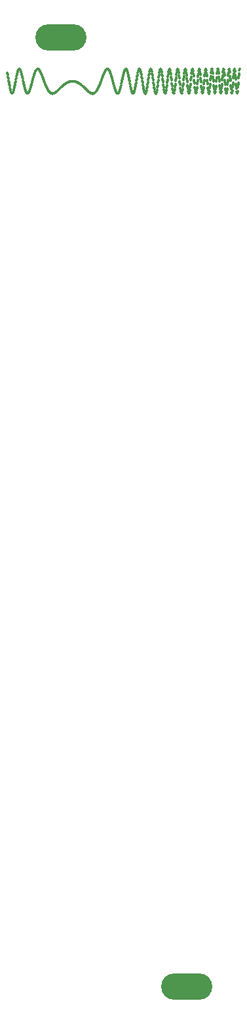
<source format=gts>
G04 Layer: TopSolderMaskLayer*
G04 EasyEDA v6.5.29, 2023-07-16 15:11:24*
G04 63e7fe2a966c4c1a99b2cd883c34ad4b,5a6b42c53f6a479593ecc07194224c93,10*
G04 Gerber Generator version 0.2*
G04 Scale: 100 percent, Rotated: No, Reflected: No *
G04 Dimensions in millimeters *
G04 leading zeros omitted , absolute positions ,4 integer and 5 decimal *
%FSLAX45Y45*%
%MOMM*%

%ADD10C,0.3556*%
%ADD11O,6.6032126X3.4031936000000003*%

%LPD*%
D10*
X-4229Y12109815D02*
G01*
X4234Y12088850D01*
X4234Y12065848D02*
G01*
X12705Y12041286D01*
X12705Y12016003D02*
G01*
X21170Y11990481D01*
X21170Y11965559D02*
G01*
X29634Y11941683D01*
X29634Y11919612D02*
G01*
X38105Y11899706D01*
X38105Y11882561D02*
G01*
X46570Y11868434D01*
X46570Y11857720D02*
G01*
X55034Y11850545D01*
X55034Y11847065D02*
G01*
X63505Y11847296D01*
X63505Y11851159D02*
G01*
X71970Y11858531D01*
X71970Y11869160D02*
G01*
X80434Y11882798D01*
X80434Y11899038D02*
G01*
X88905Y11917547D01*
X88905Y11937814D02*
G01*
X97370Y11959450D01*
X97370Y11981903D02*
G01*
X105834Y12004756D01*
X105834Y12027463D02*
G01*
X114305Y12049615D01*
X114305Y12070735D02*
G01*
X122770Y12090450D01*
X122770Y12108365D02*
G01*
X131234Y12124176D01*
X131234Y12137603D02*
G01*
X139705Y12148444D01*
X139705Y12156523D02*
G01*
X148170Y12161756D01*
X148170Y12164082D02*
G01*
X156634Y12163511D01*
X156634Y12160120D02*
G01*
X165105Y12154011D01*
X165105Y12145335D02*
G01*
X173570Y12134303D01*
X173570Y12121134D02*
G01*
X182034Y12106107D01*
X182034Y12089488D02*
G01*
X190505Y12071611D01*
X190505Y12052752D02*
G01*
X198970Y12033288D01*
X198970Y12013473D02*
G01*
X207434Y11993699D01*
X207434Y11974202D02*
G01*
X215905Y11955338D01*
X215905Y11937324D02*
G01*
X224370Y11920463D01*
X224370Y11904929D02*
G01*
X232834Y11890976D01*
X232834Y11878716D02*
G01*
X241305Y11868335D01*
X241305Y11859902D02*
G01*
X249770Y11853534D01*
X249770Y11849229D02*
G01*
X258234Y11847034D01*
X258234Y11846918D02*
G01*
X266705Y11848838D01*
X266705Y11852739D02*
G01*
X275170Y11858500D01*
X275170Y11866059D02*
G01*
X283634Y11875218D01*
X283634Y11885896D02*
G01*
X292105Y11897865D01*
X292105Y11911037D02*
G01*
X300570Y11925132D01*
X300570Y11940082D02*
G01*
X309034Y11955574D01*
X309034Y11971553D02*
G01*
X317505Y11987702D01*
X317505Y12003986D02*
G01*
X325970Y12020077D01*
X325970Y12035965D02*
G01*
X334434Y12051339D01*
X334434Y12066209D02*
G01*
X342905Y12080298D01*
X342905Y12093618D02*
G01*
X351370Y12105927D01*
X351370Y12117275D02*
G01*
X359834Y12127445D01*
X359834Y12136493D02*
G01*
X368305Y12144263D01*
X368305Y12150818D02*
G01*
X376770Y12156038D01*
X376770Y12159995D02*
G01*
X385234Y12162637D01*
X385234Y12164001D02*
G01*
X393705Y12164108D01*
X393705Y12162977D02*
G01*
X402170Y12160676D01*
X402170Y12157229D02*
G01*
X410634Y12152734D01*
X410634Y12147189D02*
G01*
X419105Y12140752D01*
X419105Y12133399D02*
G01*
X427570Y12125312D01*
X427570Y12116457D02*
G01*
X436034Y12107037D01*
X436034Y12096998D02*
G01*
X444505Y12086579D01*
X444505Y12075685D02*
G01*
X452970Y12064583D01*
X452970Y12053161D02*
G01*
X461434Y12041690D01*
X461434Y12030044D02*
G01*
X469905Y12018497D01*
X469905Y12006894D02*
G01*
X478370Y11995533D01*
X478370Y11984248D02*
G01*
X486834Y11973303D01*
X486834Y11962531D02*
G01*
X495305Y11952206D01*
X495305Y11942142D02*
G01*
X503770Y11932592D01*
X503770Y11923377D02*
G01*
X512234Y11914733D01*
X512234Y11906478D02*
G01*
X520705Y11898828D01*
X520705Y11891609D02*
G01*
X529170Y11885010D01*
X529170Y11878878D02*
G01*
X537634Y11873364D01*
X537634Y11868335D02*
G01*
X546105Y11863908D01*
X546105Y11859963D02*
G01*
X554570Y11856603D01*
X554570Y11853720D02*
G01*
X563034Y11851388D01*
X563034Y11849521D02*
G01*
X571505Y11848157D01*
X571505Y11847245D02*
G01*
X579970Y11846780D01*
X579970Y11846750D02*
G01*
X588434Y11847116D01*
X588434Y11847878D02*
G01*
X596905Y11848993D01*
X596905Y11850471D02*
G01*
X605370Y11852236D01*
X605370Y11854340D02*
G01*
X613834Y11856676D01*
X613834Y11859313D02*
G01*
X622305Y11862140D01*
X622305Y11865229D02*
G01*
X630770Y11868447D01*
X630770Y11871901D02*
G01*
X639234Y11875442D01*
X639234Y11879181D02*
G01*
X647705Y11882958D01*
X647705Y11886920D02*
G01*
X656170Y11890865D01*
X656170Y11894969D02*
G01*
X664641Y11899026D01*
X664641Y11903212D02*
G01*
X673100Y11907309D01*
X673100Y11911520D02*
G01*
X681570Y11915620D01*
X681570Y11919805D02*
G01*
X690041Y11923854D01*
X690041Y11927972D02*
G01*
X698500Y11931929D01*
X698500Y11935940D02*
G01*
X706970Y11939772D01*
X706970Y11943648D02*
G01*
X715441Y11947319D01*
X715441Y11951035D02*
G01*
X723900Y11954525D01*
X723900Y11958048D02*
G01*
X732370Y11961340D01*
X732370Y11964652D02*
G01*
X740841Y11967728D01*
X740841Y11970816D02*
G01*
X749300Y11973669D01*
X749300Y11976521D02*
G01*
X757770Y11979125D01*
X757770Y11981736D02*
G01*
X766241Y11984093D01*
X766241Y11986455D02*
G01*
X774700Y11988563D01*
X774700Y11990666D02*
G01*
X783170Y11992513D01*
X783170Y11994362D02*
G01*
X791641Y11995942D01*
X791641Y11997524D02*
G01*
X800100Y11998853D01*
X800100Y12000174D02*
G01*
X808570Y12001233D01*
X808570Y12002287D02*
G01*
X817041Y12003082D01*
X817041Y12003874D02*
G01*
X825500Y12004403D01*
X825500Y12004936D02*
G01*
X833970Y12005195D01*
X833970Y12005462D02*
G01*
X842441Y12005462D01*
X842441Y12005462D02*
G01*
X850900Y12005195D01*
X850900Y12004936D02*
G01*
X859370Y12004403D01*
X859370Y12003874D02*
G01*
X867841Y12003082D01*
X867841Y12002287D02*
G01*
X876300Y12001233D01*
X876300Y12000174D02*
G01*
X884770Y11998853D01*
X884770Y11997524D02*
G01*
X893241Y11995942D01*
X893241Y11994362D02*
G01*
X901700Y11992513D01*
X901700Y11990666D02*
G01*
X910170Y11988563D01*
X910170Y11986455D02*
G01*
X918641Y11984093D01*
X918641Y11981743D02*
G01*
X927100Y11979125D01*
X927100Y11976521D02*
G01*
X935570Y11973669D01*
X935570Y11970821D02*
G01*
X944041Y11967728D01*
X944041Y11964652D02*
G01*
X952500Y11961340D01*
X952500Y11958048D02*
G01*
X960970Y11954525D01*
X960970Y11951035D02*
G01*
X969441Y11947319D01*
X969441Y11943648D02*
G01*
X977900Y11939772D01*
X977900Y11935947D02*
G01*
X986370Y11931929D01*
X986370Y11927972D02*
G01*
X994841Y11923854D01*
X994841Y11919805D02*
G01*
X1003300Y11915620D01*
X1003300Y11911520D02*
G01*
X1011770Y11907309D01*
X1011770Y11903212D02*
G01*
X1020241Y11899026D01*
X1020241Y11894969D02*
G01*
X1028700Y11890865D01*
X1028700Y11886920D02*
G01*
X1037170Y11882958D01*
X1037170Y11879181D02*
G01*
X1045641Y11875442D01*
X1045641Y11871901D02*
G01*
X1054100Y11868447D01*
X1054100Y11865229D02*
G01*
X1062570Y11862140D01*
X1062570Y11859318D02*
G01*
X1071041Y11856676D01*
X1071041Y11854340D02*
G01*
X1079500Y11852236D01*
X1079500Y11850471D02*
G01*
X1087970Y11848993D01*
X1087970Y11847878D02*
G01*
X1096441Y11847116D01*
X1096441Y11846750D02*
G01*
X1104900Y11846780D01*
X1104900Y11847245D02*
G01*
X1113370Y11848157D01*
X1113370Y11849521D02*
G01*
X1121841Y11851388D01*
X1121841Y11853720D02*
G01*
X1130300Y11856603D01*
X1130300Y11859958D02*
G01*
X1138770Y11863908D01*
X1138770Y11868330D02*
G01*
X1147241Y11873364D01*
X1147241Y11878871D02*
G01*
X1155700Y11885010D01*
X1155700Y11891601D02*
G01*
X1164170Y11898828D01*
X1164170Y11906465D02*
G01*
X1172641Y11914733D01*
X1172641Y11923364D02*
G01*
X1181100Y11932592D01*
X1181100Y11942130D02*
G01*
X1189570Y11952206D01*
X1189570Y11962513D02*
G01*
X1198041Y11973303D01*
X1198041Y11984230D02*
G01*
X1206500Y11995533D01*
X1206500Y12006877D02*
G01*
X1214970Y12018497D01*
X1214970Y12030019D02*
G01*
X1223441Y12041690D01*
X1223441Y12053138D02*
G01*
X1231900Y12064583D01*
X1231900Y12075665D02*
G01*
X1240370Y12086579D01*
X1240370Y12096973D02*
G01*
X1248841Y12107037D01*
X1248841Y12116432D02*
G01*
X1257300Y12125312D01*
X1257300Y12133379D02*
G01*
X1265770Y12140752D01*
X1265770Y12147179D02*
G01*
X1274241Y12152734D01*
X1274241Y12157217D02*
G01*
X1282700Y12160676D01*
X1282700Y12162972D02*
G01*
X1291170Y12164108D01*
X1291170Y12164001D02*
G01*
X1299641Y12162637D01*
X1299641Y12160008D02*
G01*
X1308100Y12156038D01*
X1308100Y12150836D02*
G01*
X1316570Y12144263D01*
X1316570Y12136518D02*
G01*
X1325041Y12127445D01*
X1325041Y12117306D02*
G01*
X1333500Y12105927D01*
X1333500Y12093661D02*
G01*
X1341970Y12080298D01*
X1341970Y12066259D02*
G01*
X1350441Y12051339D01*
X1350441Y12036016D02*
G01*
X1358900Y12020077D01*
X1358900Y12004042D02*
G01*
X1367370Y11987702D01*
X1367370Y11971616D02*
G01*
X1375841Y11955574D01*
X1375841Y11940138D02*
G01*
X1384300Y11925132D01*
X1384300Y11911093D02*
G01*
X1392770Y11897865D01*
X1392770Y11885947D02*
G01*
X1401241Y11875218D01*
X1401241Y11866090D02*
G01*
X1409700Y11858500D01*
X1409700Y11852757D02*
G01*
X1418170Y11848838D01*
X1418170Y11846923D02*
G01*
X1426641Y11847034D01*
X1426641Y11849211D02*
G01*
X1435100Y11853534D01*
X1435100Y11859872D02*
G01*
X1443570Y11868335D01*
X1443570Y11878660D02*
G01*
X1452041Y11890976D01*
X1452041Y11904855D02*
G01*
X1460500Y11920463D01*
X1460500Y11937237D02*
G01*
X1468970Y11955338D01*
X1468970Y11974103D02*
G01*
X1477441Y11993699D01*
X1477441Y12013369D02*
G01*
X1485900Y12033288D01*
X1485900Y12052653D02*
G01*
X1494370Y12071611D01*
X1494370Y12089389D02*
G01*
X1502841Y12106107D01*
X1502841Y12121052D02*
G01*
X1511300Y12134303D01*
X1511300Y12145274D02*
G01*
X1519770Y12154011D01*
X1519770Y12160095D02*
G01*
X1528241Y12163511D01*
X1528241Y12164087D02*
G01*
X1536700Y12161756D01*
X1536700Y12156567D02*
G01*
X1545170Y12148444D01*
X1545170Y12137684D02*
G01*
X1553641Y12124176D01*
X1553641Y12108477D02*
G01*
X1562100Y12090450D01*
X1562100Y12070877D02*
G01*
X1570570Y12049615D01*
X1570570Y12027618D02*
G01*
X1579041Y12004756D01*
X1579041Y11982066D02*
G01*
X1587500Y11959450D01*
X1587500Y11937969D02*
G01*
X1595970Y11917547D01*
X1595970Y11899168D02*
G01*
X1604441Y11882798D01*
X1604441Y11869254D02*
G01*
X1612900Y11858531D01*
X1612900Y11851203D02*
G01*
X1621370Y11847296D01*
X1621370Y11847052D02*
G01*
X1629841Y11850545D01*
X1629841Y11857644D02*
G01*
X1638300Y11868434D01*
X1638300Y11882432D02*
G01*
X1646770Y11899706D01*
X1646770Y11919427D02*
G01*
X1655241Y11941683D01*
X1655241Y11965348D02*
G01*
X1663700Y11990481D01*
X1663700Y12015774D02*
G01*
X1672170Y12041286D01*
X1672170Y12065632D02*
G01*
X1680641Y12088850D01*
X1680641Y12109635D02*
G01*
X1689100Y12127984D01*
X1689100Y12142848D02*
G01*
X1697570Y12154184D01*
X1697570Y12161316D02*
G01*
X1706041Y12164174D01*
X1706041Y12162538D02*
G01*
X1714500Y12156343D01*
X1714500Y12145881D02*
G01*
X1722970Y12131093D01*
X1722970Y12112774D02*
G01*
X1731441Y12090890D01*
X1731441Y12066681D02*
G01*
X1739900Y12040133D01*
X1739900Y12012805D02*
G01*
X1748370Y11984708D01*
X1748370Y11957545D02*
G01*
X1756841Y11931365D01*
X1756841Y11907794D02*
G01*
X1765300Y11886890D01*
X1765300Y11870021D02*
G01*
X1773770Y11857253D01*
X1773770Y11849460D02*
G01*
X1782241Y11846712D01*
X1782241Y11849260D02*
G01*
X1790700Y11857179D01*
X1790700Y11870004D02*
G01*
X1799170Y11887776D01*
X1799170Y11909374D02*
G01*
X1807641Y11934812D01*
X1807641Y11962401D02*
G01*
X1816100Y11992112D01*
X1816100Y12021931D02*
G01*
X1824570Y12051779D01*
X1824570Y12079584D02*
G01*
X1833041Y12105225D01*
X1833041Y12126882D02*
G01*
X1841500Y12144430D01*
X1841500Y12156559D02*
G01*
X1849970Y12163170D01*
X1849970Y12163709D02*
G01*
X1858441Y12158103D01*
X1858441Y12146681D02*
G01*
X1866900Y12129437D01*
X1866900Y12107557D02*
G01*
X1875370Y12081103D01*
X1875370Y12052007D02*
G01*
X1883841Y12020356D01*
X1883841Y11988558D02*
G01*
X1892300Y11956745D01*
X1892300Y11927395D02*
G01*
X1900770Y11900674D01*
X1900770Y11878703D02*
G01*
X1909241Y11861670D01*
X1909241Y11850971D02*
G01*
X1917700Y11846750D01*
X1917700Y11849417D02*
G01*
X1926170Y11859028D01*
X1926170Y11874883D02*
G01*
X1934641Y11896961D01*
X1934641Y11923501D02*
G01*
X1943100Y11954395D01*
X1943100Y11987095D02*
G01*
X1951570Y12021411D01*
X1951570Y12054459D02*
G01*
X1960041Y12085985D01*
X1960041Y12113282D02*
G01*
X1968500Y12136097D01*
X1968500Y12152406D02*
G01*
X1976970Y12162010D01*
X1976970Y12164001D02*
G01*
X1985441Y12158284D01*
X1985441Y12145269D02*
G01*
X1993900Y12124997D01*
X1993900Y12099211D02*
G01*
X2002370Y12068063D01*
X2002370Y12034354D02*
G01*
X2010841Y11998325D01*
X2010841Y11963288D02*
G01*
X2019300Y11929567D01*
X2019300Y11900321D02*
G01*
X2027770Y11875863D01*
X2027770Y11858556D02*
G01*
X2036241Y11848635D01*
X2036241Y11847134D02*
G01*
X2044700Y11854141D01*
X2044700Y11869066D02*
G01*
X2053170Y11891850D01*
X2053170Y11920326D02*
G01*
X2061641Y11954271D01*
X2061641Y11990362D02*
G01*
X2070100Y12028251D01*
X2070100Y12064144D02*
G01*
X2078570Y12097649D01*
X2078570Y12125325D02*
G01*
X2087041Y12146818D01*
X2087041Y12159853D02*
G01*
X2095500Y12164207D01*
X2095500Y12159338D02*
G01*
X2103970Y12145218D01*
X2103970Y12123242D02*
G01*
X2112441Y12093587D01*
X2112441Y12059351D02*
G01*
X2120900Y12020890D01*
X2120900Y11982307D02*
G01*
X2129370Y11944083D01*
X2129370Y11910380D02*
G01*
X2137841Y11881662D01*
X2137841Y11861142D02*
G01*
X2146300Y11849155D01*
X2146300Y11847128D02*
G01*
X2154770Y11855170D01*
X2154770Y11872465D02*
G01*
X2163241Y11898876D01*
X2163241Y11931464D02*
G01*
X2171700Y11969849D01*
X2171700Y12009661D02*
G01*
X2180170Y12050364D01*
X2180170Y12087212D02*
G01*
X2188641Y12119663D01*
X2188641Y12143836D02*
G01*
X2197100Y12159325D01*
X2197100Y12164207D02*
G01*
X2205570Y12158309D01*
X2205570Y12142254D02*
G01*
X2214041Y12116178D01*
X2214041Y12083188D02*
G01*
X2222500Y12043704D01*
X2222500Y12002554D02*
G01*
X2230970Y11960331D01*
X2230970Y11922292D02*
G01*
X2239441Y11889071D01*
X2239441Y11864893D02*
G01*
X2247900Y11850204D01*
X2247900Y11846961D02*
G01*
X2256370Y11855312D01*
X2256370Y11874289D02*
G01*
X2264841Y11903664D01*
X2264841Y11939699D02*
G01*
X2273300Y11981873D01*
X2273300Y12024680D02*
G01*
X2281770Y12067418D01*
X2281770Y12104403D02*
G01*
X2290241Y12134961D01*
X2290241Y12154949D02*
G01*
X2298700Y12163920D01*
X2298700Y12160577D02*
G01*
X2307170Y12144877D01*
X2307170Y12118868D02*
G01*
X2315641Y12082934D01*
X2315641Y12041962D02*
G01*
X2324100Y11996643D01*
X2324100Y11953293D02*
G01*
X2332570Y11912706D01*
X2332570Y11880644D02*
G01*
X2341041Y11857763D01*
X2341041Y11847400D02*
G01*
X2349500Y11849849D01*
X2349500Y11864863D02*
G01*
X2357970Y11892241D01*
X2357970Y11928109D02*
G01*
X2366441Y11971832D01*
X2366441Y12017052D02*
G01*
X2374900Y12062896D01*
X2374900Y12102566D02*
G01*
X2383370Y12135220D01*
X2383370Y12155926D02*
G01*
X2391841Y12164169D01*
X2391841Y12158606D02*
G01*
X2400300Y12139241D01*
X2400300Y12108942D02*
G01*
X2408770Y12068235D01*
X2408770Y12023333D02*
G01*
X2417241Y11975132D01*
X2417241Y11931116D02*
G01*
X2425700Y11892241D01*
X2425700Y11864665D02*
G01*
X2434170Y11849056D01*
X2434170Y11847972D02*
G01*
X2442641Y11861551D01*
X2442641Y11887728D02*
G01*
X2451100Y11926013D01*
X2451100Y11970308D02*
G01*
X2459570Y12019681D01*
X2459570Y12066104D02*
G01*
X2468041Y12108520D01*
X2468041Y12139909D02*
G01*
X2476500Y12159493D01*
X2476500Y12163920D02*
G01*
X2484970Y12152988D01*
X2484970Y12128418D02*
G01*
X2493441Y12090679D01*
X2493441Y12046079D02*
G01*
X2501900Y11995602D01*
X2501900Y11947842D02*
G01*
X2510370Y11903930D01*
X2510370Y11871479D02*
G01*
X2518841Y11851345D01*
X2518841Y11847103D02*
G01*
X2527300Y11858972D01*
X2527300Y11884980D02*
G01*
X2535770Y11924593D01*
X2535770Y11970877D02*
G01*
X2544241Y12022757D01*
X2544241Y12070984D02*
G01*
X2552700Y12114342D01*
X2552700Y12144982D02*
G01*
X2561170Y12162048D01*
X2561170Y12162345D02*
G01*
X2569641Y12145746D01*
X2569641Y12115198D02*
G01*
X2578100Y12071380D01*
X2578100Y12022310D02*
G01*
X2586570Y11969229D01*
X2586570Y11922013D02*
G01*
X2595041Y11881934D01*
X2595041Y11856585D02*
G01*
X2603500Y11846730D01*
X2603500Y11854334D02*
G01*
X2611970Y11879323D01*
X2611970Y11917009D02*
G01*
X2620441Y11966481D01*
X2620441Y12018243D02*
G01*
X2628900Y12070928D01*
X2628900Y12114263D02*
G01*
X2637370Y12147021D01*
X2637370Y12162693D02*
G01*
X2645841Y12160745D01*
X2645841Y12141454D02*
G01*
X2654300Y12105225D01*
X2654300Y12059213D02*
G01*
X2662770Y12004624D01*
X2662770Y11952411D02*
G01*
X2671241Y11904042D01*
X2671241Y11869376D02*
G01*
X2679700Y11849483D01*
X2679700Y11848518D02*
G01*
X2688170Y11866636D01*
X2688170Y11900204D02*
G01*
X2696641Y11948363D01*
X2696641Y12001164D02*
G01*
X2705100Y12057118D01*
X2705100Y12104489D02*
G01*
X2713570Y12141857D01*
X2713570Y12161248D02*
G01*
X2722041Y12161979D01*
X2722041Y12143785D02*
G01*
X2730500Y12107092D01*
X2730500Y12059686D02*
G01*
X2738970Y12002902D01*
X2738970Y11949000D02*
G01*
X2747441Y11899607D01*
X2747441Y11865546D02*
G01*
X2755900Y11847934D01*
X2755900Y11850743D02*
G01*
X2764370Y11874022D01*
X2764370Y11912699D02*
G01*
X2772841Y11965706D01*
X2772841Y12021251D02*
G01*
X2781300Y12077656D01*
X2781300Y12122200D02*
G01*
X2789770Y12153435D01*
X2789770Y12164194D02*
G01*
X2798241Y12154016D01*
X2798241Y12125119D02*
G01*
X2806700Y12078294D01*
X2806700Y12024253D02*
G01*
X2815170Y11964652D01*
X2815170Y11913313D02*
G01*
X2823641Y11871919D01*
X2823641Y11850222D02*
G01*
X2832100Y11849031D01*
X2832100Y11868726D02*
G01*
X2840570Y11908805D01*
X2840570Y11959846D02*
G01*
X2849041Y12020257D01*
X2849041Y12075629D02*
G01*
X2857500Y12124115D01*
X2857500Y12153986D02*
G01*
X2865970Y12164156D01*
X2865970Y12152045D02*
G01*
X2874441Y12117938D01*
X2874441Y12070059D02*
G01*
X2882900Y12009927D01*
X2882900Y11952305D02*
G01*
X2891370Y11899130D01*
X2891370Y11863641D02*
G01*
X2899841Y11847121D01*
X2899841Y11853806D02*
G01*
X2908300Y11883598D01*
X2908300Y11929107D02*
G01*
X2916770Y11988868D01*
X2916770Y12047791D02*
G01*
X2925241Y12103856D01*
X2925241Y12142718D02*
G01*
X2933700Y12162947D01*
X2933700Y12159239D02*
G01*
X2942170Y12131593D01*
X2942170Y12087064D02*
G01*
X2950641Y12027093D01*
X2950641Y11967268D02*
G01*
X2959100Y11909686D01*
X2959100Y11869483D02*
G01*
X2967570Y11848175D01*
X2967570Y11851492D02*
G01*
X2976041Y11879460D01*
X2976041Y11924723D02*
G01*
X2984500Y11985779D01*
X2984500Y12046320D02*
G01*
X2992970Y12104184D01*
X2992970Y12143712D02*
G01*
X3001441Y12163394D01*
D11*
G01*
X685800Y12573000D03*
G01*
X2311400Y330200D03*
M02*

</source>
